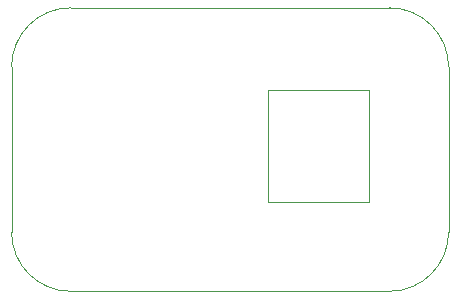
<source format=gbr>
%TF.GenerationSoftware,Altium Limited,Altium Designer,21.2.1 (34)*%
G04 Layer_Color=32768*
%FSLAX26Y26*%
%MOIN*%
%TF.SameCoordinates,A0A043E5-24E2-464B-A4FE-AC519CE3A301*%
%TF.FilePolarity,Positive*%
%TF.FileFunction,Other,Mechanical_15*%
%TF.Part,Single*%
G01*
G75*
%TA.AperFunction,NonConductor*%
%ADD17C,0.003937*%
D17*
X1259842Y0D02*
G03*
X1456693Y196850I0J196850D01*
G01*
Y748032D02*
G03*
X1259842Y944882I-196850J0D01*
G01*
X196850D02*
G03*
X0Y748032I0J-196850D01*
G01*
Y196850D02*
G03*
X196850Y0I196850J0D01*
G01*
Y944882D02*
X1259842Y944882D01*
X0Y196850D02*
Y748032D01*
X196850Y-0D02*
X1259842Y0D01*
X1456693Y748032D02*
X1456693Y196850D01*
X856299Y669291D02*
X1190945D01*
Y299213D02*
Y669291D01*
X856299Y299213D02*
X1190945D01*
X856299D02*
Y669291D01*
%TF.MD5,d2dd0f92f22b1891ee744380fd7880e8*%
M02*

</source>
